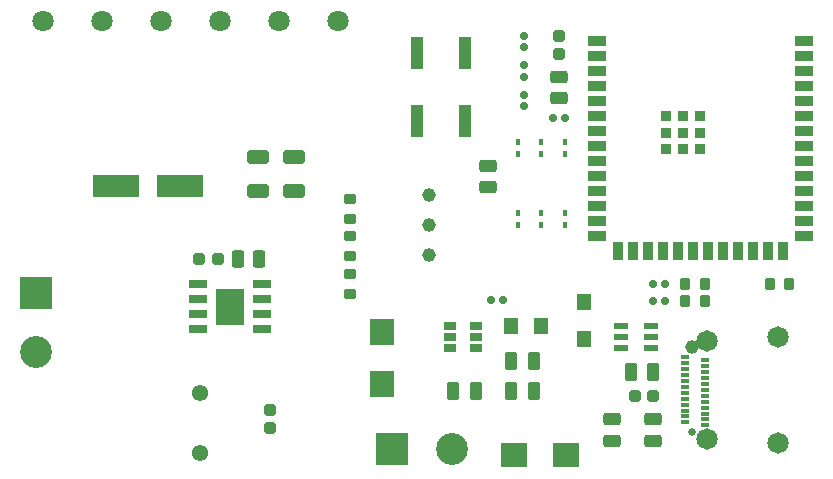
<source format=gbr>
%TF.GenerationSoftware,KiCad,Pcbnew,9.0.0*%
%TF.CreationDate,2025-02-26T09:32:18-04:00*%
%TF.ProjectId,PCB_Control_de_motor,5043425f-436f-46e7-9472-6f6c5f64655f,rev?*%
%TF.SameCoordinates,Original*%
%TF.FileFunction,Soldermask,Top*%
%TF.FilePolarity,Negative*%
%FSLAX46Y46*%
G04 Gerber Fmt 4.6, Leading zero omitted, Abs format (unit mm)*
G04 Created by KiCad (PCBNEW 9.0.0) date 2025-02-26 09:32:18*
%MOMM*%
%LPD*%
G01*
G04 APERTURE LIST*
G04 Aperture macros list*
%AMRoundRect*
0 Rectangle with rounded corners*
0 $1 Rounding radius*
0 $2 $3 $4 $5 $6 $7 $8 $9 X,Y pos of 4 corners*
0 Add a 4 corners polygon primitive as box body*
4,1,4,$2,$3,$4,$5,$6,$7,$8,$9,$2,$3,0*
0 Add four circle primitives for the rounded corners*
1,1,$1+$1,$2,$3*
1,1,$1+$1,$4,$5*
1,1,$1+$1,$6,$7*
1,1,$1+$1,$8,$9*
0 Add four rect primitives between the rounded corners*
20,1,$1+$1,$2,$3,$4,$5,0*
20,1,$1+$1,$4,$5,$6,$7,0*
20,1,$1+$1,$6,$7,$8,$9,0*
20,1,$1+$1,$8,$9,$2,$3,0*%
G04 Aperture macros list end*
%ADD10C,0.650000*%
%ADD11C,1.150000*%
%ADD12R,0.700000X0.300000*%
%ADD13C,1.815000*%
%ADD14RoundRect,0.159000X-0.159000X-0.189000X0.159000X-0.189000X0.159000X0.189000X-0.159000X0.189000X0*%
%ADD15RoundRect,0.267317X0.280683X0.470683X-0.280683X0.470683X-0.280683X-0.470683X0.280683X-0.470683X0*%
%ADD16R,1.500000X0.900000*%
%ADD17R,0.900000X1.500000*%
%ADD18R,0.900000X0.900000*%
%ADD19RoundRect,0.267317X-0.470683X0.280683X-0.470683X-0.280683X0.470683X-0.280683X0.470683X0.280683X0*%
%ADD20RoundRect,0.219000X0.294000X-0.219000X0.294000X0.219000X-0.294000X0.219000X-0.294000X-0.219000X0*%
%ADD21R,1.525000X0.650000*%
%ADD22R,2.400000X3.100000*%
%ADD23RoundRect,0.244000X0.269000X-0.244000X0.269000X0.244000X-0.269000X0.244000X-0.269000X-0.244000X0*%
%ADD24R,0.320000X0.510000*%
%ADD25RoundRect,0.244000X0.244000X0.269000X-0.244000X0.269000X-0.244000X-0.269000X0.244000X-0.269000X0*%
%ADD26RoundRect,0.265778X0.647222X-0.332222X0.647222X0.332222X-0.647222X0.332222X-0.647222X-0.332222X0*%
%ADD27R,2.150000X2.200000*%
%ADD28R,1.150000X1.375000*%
%ADD29RoundRect,0.269000X-0.269000X-0.494000X0.269000X-0.494000X0.269000X0.494000X-0.269000X0.494000X0*%
%ADD30RoundRect,0.219000X-0.219000X-0.294000X0.219000X-0.294000X0.219000X0.294000X-0.219000X0.294000X0*%
%ADD31RoundRect,0.267317X0.470683X-0.280683X0.470683X0.280683X-0.470683X0.280683X-0.470683X-0.280683X0*%
%ADD32RoundRect,0.159000X0.189000X-0.159000X0.189000X0.159000X-0.189000X0.159000X-0.189000X-0.159000X0*%
%ADD33R,2.700000X2.700000*%
%ADD34C,2.700000*%
%ADD35R,1.000000X2.750000*%
%ADD36RoundRect,0.269000X0.269000X0.494000X-0.269000X0.494000X-0.269000X-0.494000X0.269000X-0.494000X0*%
%ADD37R,1.250000X1.450000*%
%ADD38RoundRect,0.244000X-0.244000X-0.269000X0.244000X-0.269000X0.244000X0.269000X-0.244000X0.269000X0*%
%ADD39R,2.200000X2.150000*%
%ADD40R,4.000000X1.850000*%
%ADD41RoundRect,0.159000X0.159000X0.189000X-0.159000X0.189000X-0.159000X-0.189000X0.159000X-0.189000X0*%
%ADD42R,1.200000X0.600000*%
%ADD43R,1.000000X0.700000*%
%ADD44C,1.381000*%
%ADD45C,1.800000*%
G04 APERTURE END LIST*
D10*
%TO.C,USB-C1*%
X178800000Y-111600000D03*
D11*
X178800000Y-104400000D03*
D12*
X178140000Y-110750000D03*
X178140000Y-110250000D03*
X178140000Y-109750000D03*
X178140000Y-109250000D03*
X178140000Y-108750000D03*
X178140000Y-108250000D03*
X178140000Y-107750000D03*
X178140000Y-107250000D03*
X178140000Y-106750000D03*
X178140000Y-106250000D03*
X178140000Y-105750000D03*
X178140000Y-105250000D03*
X179840000Y-105500000D03*
X179840000Y-106000000D03*
X179840000Y-106500000D03*
X179840000Y-107000000D03*
X179840000Y-107500000D03*
X179840000Y-108000000D03*
X179840000Y-108500000D03*
X179840000Y-109000000D03*
X179840000Y-109500000D03*
X179840000Y-110000000D03*
X179840000Y-110500000D03*
X179840000Y-111000000D03*
D13*
X180050000Y-112130000D03*
X180050000Y-103870000D03*
X186000000Y-103510000D03*
X186000000Y-112490000D03*
%TD*%
D14*
%TO.C,R10*%
X167000000Y-85000000D03*
X168000000Y-85000000D03*
%TD*%
D15*
%TO.C,R14*%
X142120000Y-96900000D03*
X140300000Y-96900000D03*
%TD*%
D16*
%TO.C,IC1*%
X170750000Y-78500000D03*
X170750000Y-79770000D03*
X170750000Y-81040000D03*
X170750000Y-82310000D03*
X170750000Y-83580000D03*
X170750000Y-84850000D03*
X170750000Y-86120000D03*
X170750000Y-87390000D03*
X170750000Y-88660000D03*
X170750000Y-89930000D03*
X170750000Y-91200000D03*
X170750000Y-92470000D03*
X170750000Y-93740000D03*
X170750000Y-95010000D03*
D17*
X172515000Y-96260000D03*
X173785000Y-96260000D03*
X175055000Y-96260000D03*
X176325000Y-96260000D03*
X177595000Y-96260000D03*
X178865000Y-96260000D03*
X180135000Y-96260000D03*
X181405000Y-96260000D03*
X182675000Y-96260000D03*
X183945000Y-96260000D03*
X185215000Y-96260000D03*
X186485000Y-96260000D03*
D16*
X188250000Y-95010000D03*
X188250000Y-93740000D03*
X188250000Y-92470000D03*
X188250000Y-91200000D03*
X188250000Y-89930000D03*
X188250000Y-88660000D03*
X188250000Y-87390000D03*
X188250000Y-86120000D03*
X188250000Y-84850000D03*
X188250000Y-83580000D03*
X188250000Y-82310000D03*
X188250000Y-81040000D03*
X188250000Y-79770000D03*
X188250000Y-78500000D03*
D18*
X178000000Y-86220000D03*
X178000000Y-84820000D03*
X176600000Y-84820000D03*
X176600000Y-86220000D03*
X176600000Y-87620000D03*
X178000000Y-87620000D03*
X179400000Y-87620000D03*
X179400000Y-86220000D03*
X179400000Y-84820000D03*
%TD*%
D19*
%TO.C,R5*%
X175500000Y-110500000D03*
X175500000Y-112320000D03*
%TD*%
D20*
%TO.C,R1*%
X149800000Y-93500000D03*
X149800000Y-91860000D03*
%TD*%
D21*
%TO.C,IC3*%
X142324000Y-102855000D03*
X142324000Y-101585000D03*
X142324000Y-100315000D03*
X142324000Y-99045000D03*
X136900000Y-99045000D03*
X136900000Y-100315000D03*
X136900000Y-101585000D03*
X136900000Y-102855000D03*
D22*
X139612000Y-100950000D03*
%TD*%
D23*
%TO.C,C3*%
X167500000Y-79560000D03*
X167500000Y-78000000D03*
%TD*%
D24*
%TO.C,D4*%
X168000000Y-87000000D03*
X168000000Y-88000000D03*
%TD*%
D25*
%TO.C,C2*%
X175500000Y-108500000D03*
X173940000Y-108500000D03*
%TD*%
D26*
%TO.C,R13*%
X142000000Y-91200000D03*
X142000000Y-88280000D03*
%TD*%
D19*
%TO.C,R7*%
X172000000Y-110500000D03*
X172000000Y-112320000D03*
%TD*%
D27*
%TO.C,D7*%
X152500000Y-103100000D03*
X152500000Y-107500000D03*
%TD*%
D28*
%TO.C,D9*%
X169600000Y-100525000D03*
X169600000Y-103675000D03*
%TD*%
D29*
%TO.C,C12*%
X158550000Y-108050000D03*
X160450000Y-108050000D03*
%TD*%
D20*
%TO.C,R2*%
X149800000Y-99840000D03*
X149800000Y-98200000D03*
%TD*%
D30*
%TO.C,R9*%
X178180000Y-99000000D03*
X179820000Y-99000000D03*
%TD*%
D31*
%TO.C,R3*%
X161500000Y-90820000D03*
X161500000Y-89000000D03*
%TD*%
D32*
%TO.C,C4*%
X164500000Y-84000000D03*
X164500000Y-83000000D03*
%TD*%
D33*
%TO.C,Motor1*%
X123200000Y-99800000D03*
D34*
X123200000Y-104800000D03*
%TD*%
D24*
%TO.C,D2*%
X168000000Y-93000000D03*
X168000000Y-94000000D03*
%TD*%
D35*
%TO.C,Reset1*%
X155500000Y-85250000D03*
X155500000Y-79500000D03*
X159500000Y-85250000D03*
X159500000Y-79500000D03*
%TD*%
D36*
%TO.C,C15*%
X165350000Y-105550000D03*
X163450000Y-105550000D03*
%TD*%
D11*
%TO.C,Potenci\u00F3metro1*%
X156495000Y-91460000D03*
X156495000Y-94000000D03*
X156495000Y-96540000D03*
%TD*%
D37*
%TO.C,L2*%
X163450000Y-102550000D03*
X165950000Y-102550000D03*
%TD*%
D38*
%TO.C,C9*%
X137040000Y-96900000D03*
X138600000Y-96900000D03*
%TD*%
D39*
%TO.C,D8*%
X163700000Y-113500000D03*
X168100000Y-113500000D03*
%TD*%
D40*
%TO.C,C10*%
X135400000Y-90700000D03*
X130000000Y-90700000D03*
%TD*%
D41*
%TO.C,C7*%
X176500000Y-100500000D03*
X175500000Y-100500000D03*
%TD*%
D26*
%TO.C,R12*%
X145100000Y-91200000D03*
X145100000Y-88280000D03*
%TD*%
D23*
%TO.C,C11*%
X143000000Y-111260000D03*
X143000000Y-109700000D03*
%TD*%
D42*
%TO.C,IC2*%
X172750000Y-102550000D03*
X172750000Y-103500000D03*
X172750000Y-104450000D03*
X175250000Y-104450000D03*
X175250000Y-103500000D03*
X175250000Y-102550000D03*
%TD*%
D32*
%TO.C,C8*%
X164500000Y-81500000D03*
X164500000Y-80500000D03*
%TD*%
D43*
%TO.C,IC4*%
X158252000Y-102550000D03*
X158252000Y-103500000D03*
X158252000Y-104450000D03*
X160450000Y-104450000D03*
X160450000Y-103500000D03*
X160450000Y-102550000D03*
%TD*%
D44*
%TO.C,L1*%
X137100000Y-108300000D03*
X137100000Y-113300000D03*
%TD*%
D45*
%TO.C,Sensores_Boton1*%
X148800000Y-76800000D03*
X143800000Y-76800000D03*
X138800000Y-76800000D03*
X133800000Y-76800000D03*
X128800000Y-76800000D03*
X123800000Y-76800000D03*
%TD*%
D24*
%TO.C,D3*%
X166000000Y-93000000D03*
X166000000Y-94000000D03*
%TD*%
%TO.C,D6*%
X164000000Y-87000000D03*
X164000000Y-88000000D03*
%TD*%
D33*
%TO.C,Bater\u00EDa1*%
X153400000Y-113000000D03*
D34*
X158400000Y-113000000D03*
%TD*%
D24*
%TO.C,D1*%
X164000000Y-93000000D03*
X164000000Y-94000000D03*
%TD*%
D30*
%TO.C,R8*%
X178180000Y-100500000D03*
X179820000Y-100500000D03*
%TD*%
D20*
%TO.C,R4*%
X149800000Y-96640000D03*
X149800000Y-95000000D03*
%TD*%
D41*
%TO.C,C5*%
X176500000Y-99000000D03*
X175500000Y-99000000D03*
%TD*%
D32*
%TO.C,C6*%
X164500000Y-79000000D03*
X164500000Y-78000000D03*
%TD*%
D14*
%TO.C,C13*%
X161750000Y-100350000D03*
X162750000Y-100350000D03*
%TD*%
D36*
%TO.C,C1*%
X175500000Y-106500000D03*
X173600000Y-106500000D03*
%TD*%
D19*
%TO.C,R11*%
X167500000Y-81500000D03*
X167500000Y-83320000D03*
%TD*%
D36*
%TO.C,C14*%
X165350000Y-108050000D03*
X163450000Y-108050000D03*
%TD*%
D24*
%TO.C,D5*%
X166000000Y-87000000D03*
X166000000Y-88000000D03*
%TD*%
D30*
%TO.C,R6*%
X185360000Y-99000000D03*
X187000000Y-99000000D03*
%TD*%
M02*

</source>
